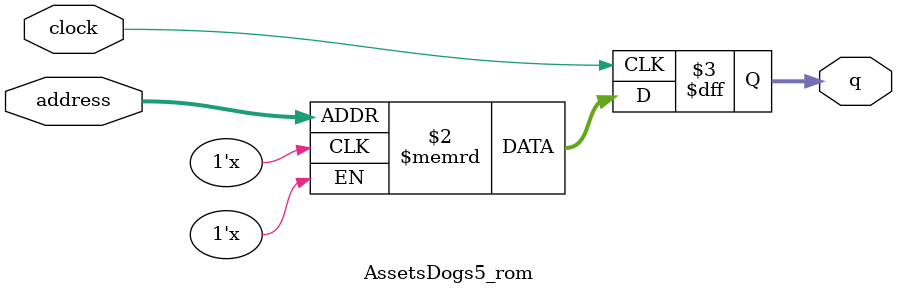
<source format=sv>
module AssetsDogs5_rom (
	input logic clock,
	input logic [13:0] address,
	output logic [3:0] q
);

logic [3:0] memory [0:9459] /* synthesis ram_init_file = "./AssetsDogs5/AssetsDogs5.mif" */;

always_ff @ (posedge clock) begin
	q <= memory[address];
end

endmodule

</source>
